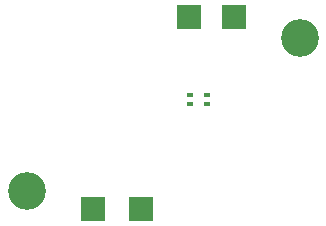
<source format=gbs>
%TF.GenerationSoftware,KiCad,Pcbnew,8.0.8*%
%TF.CreationDate,2025-04-18T18:46:17-04:00*%
%TF.ProjectId,sht40,73687434-302e-46b6-9963-61645f706362,rev?*%
%TF.SameCoordinates,Original*%
%TF.FileFunction,Soldermask,Bot*%
%TF.FilePolarity,Negative*%
%FSLAX46Y46*%
G04 Gerber Fmt 4.6, Leading zero omitted, Abs format (unit mm)*
G04 Created by KiCad (PCBNEW 8.0.8) date 2025-04-18 18:46:17*
%MOMM*%
%LPD*%
G01*
G04 APERTURE LIST*
%ADD10R,2.000000X2.000000*%
%ADD11C,3.200000*%
%ADD12R,0.500000X0.300000*%
G04 APERTURE END LIST*
D10*
%TO.C,TP3*%
X125476000Y-55880000D03*
%TD*%
%TO.C,TP1*%
X121412000Y-72136000D03*
%TD*%
D11*
%TO.C,REF\u002A\u002A*%
X134874000Y-57658000D03*
%TD*%
D10*
%TO.C,TP4*%
X117348000Y-72136000D03*
%TD*%
D11*
%TO.C,REF\u002A\u002A*%
X111760000Y-70612000D03*
%TD*%
D10*
%TO.C,TP2*%
X129286000Y-55880000D03*
%TD*%
D12*
%TO.C,U1*%
X125600000Y-63284000D03*
X125600000Y-62484000D03*
X127000000Y-62484000D03*
X127000000Y-63284000D03*
%TD*%
M02*

</source>
